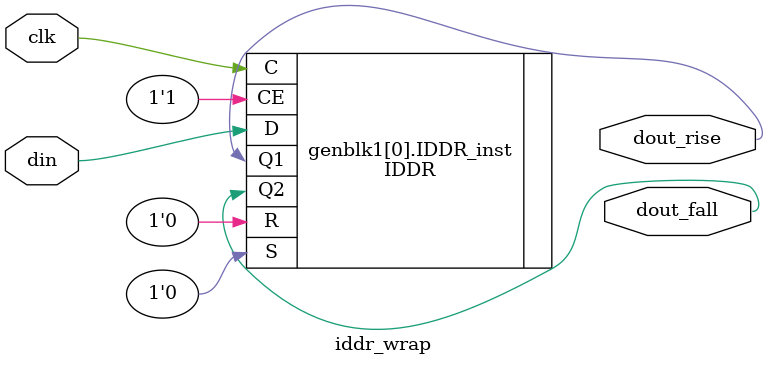
<source format=v>
module iddr_wrap #(
   parameter BUS_WIDTH = 1
)(
    input                  clk,
    input  [BUS_WIDTH-1:0] din,
    output [BUS_WIDTH-1:0] dout_rise,
    output [BUS_WIDTH-1:0] dout_fall
);

genvar i;

generate
   for(i = 0; i < BUS_WIDTH; i = i + 1) begin
      IDDR #(
         .DDR_CLK_EDGE("SAME_EDGE_PIPELINED"), // "OPPOSITE_EDGE", "SAME_EDGE", or "SAME_EDGE_PIPELINED"
         .INIT_Q1     (1'b0                 ), // Initial value of Q1: 1'b0 or 1'b1
         .INIT_Q2     (1'b0                 ), // Initial value of Q2: 1'b0 or 1'b1
         .SRTYPE      ("ASYNC"              )  // Set/Reset type: "SYNC" or "ASYNC"
      ) IDDR_inst (
         .Q1(dout_rise[i]), // 1-bit output for positive edge of clock
         .Q2(dout_fall[i]), // 1-bit output for negative edge of clock
         .C (clk         ), // 1-bit clock input
         .CE(1'b1        ), // 1-bit clock enable input
         .D (din      [i]), // 1-bit DDR data input
         .R (1'b0        ), // 1-bit reset
         .S (1'b0        )  // 1-bit set
      );
   end
endgenerate

endmodule
</source>
